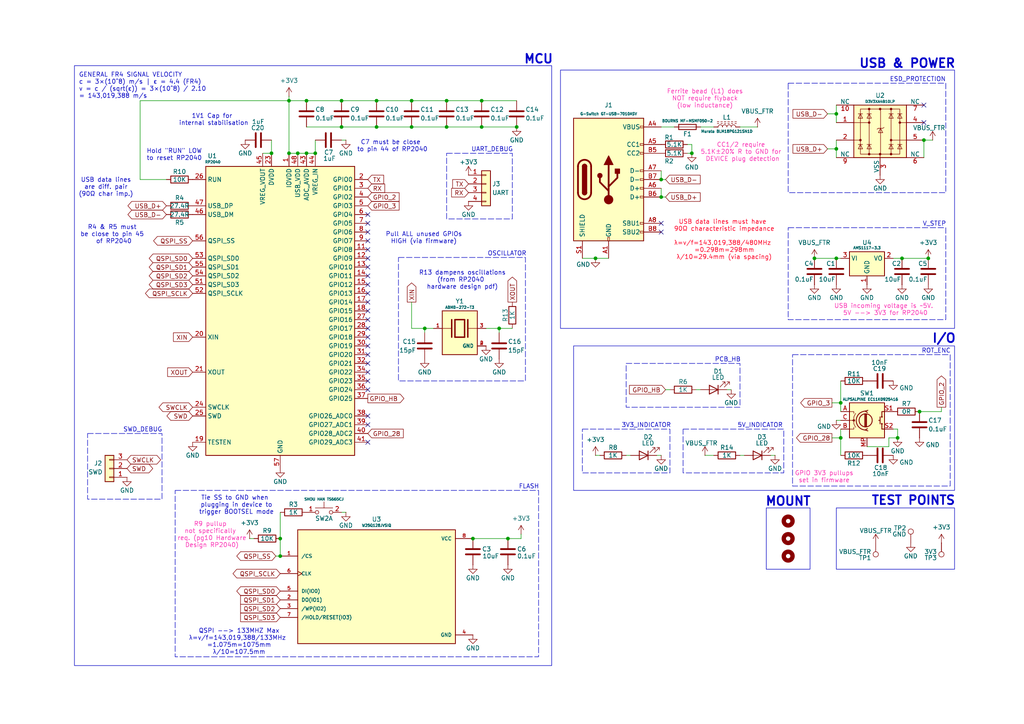
<source format=kicad_sch>
(kicad_sch (version 20250114) (generator "eeschema") (generator_version "9.0")
  (paper "A4")
  (title_block (title "VolumeHIDDial") (date "2025-07-21") (rev "v1.1.0") (company "CRU"))
  (rectangle (start 162.56 20.32) (end 276.86 95.25))
  (rectangle (start 228.6 66.04) (end 274.32 92.71) (stroke (width 0) (type dash)))
  (rectangle (start 115.57 74.676) (end 152.4 110.49) (stroke (width 0) (type dash)))
  (rectangle (start 50.8 142.24) (end 156.21 190.5) (stroke (width 0) (type dash)))
  (rectangle (start 198.12 124.46) (end 227.33 137.16) (stroke (width 0) (type dash)))
  (rectangle (start 242.57 147.32) (end 276.86 165.1))
  (rectangle (start 181.61 105.41) (end 214.63 118.11) (stroke (width 0) (type dash)))
  (rectangle (start 129.54 44.45) (end 148.59 63.5) (stroke (width 0) (type dash)))
  (rectangle (start 229.87 102.87) (end 275.59 140.97) (stroke (width 0) (type dash)))
  (rectangle (start 21.59 19.05) (end 160.02 193.04))
  (rectangle (start 166.37 100.33) (end 276.86 142.24))
  (rectangle (start 25.4 125.73) (end 46.99 144.78) (stroke (width 0) (type dash)))
  (rectangle (start 228.6 24.13) (end 274.32 55.88) (stroke (width 0) (type dash)))
  (rectangle (start 168.91 124.46) (end 194.31 137.16) (stroke (width 0) (type dash)))
  (rectangle (start 222.25 147.32) (end 234.95 165.1))
  (text "V_STEP" (at 271.018 65.024 0) (effects (font (size 1.27 1.27))))
  (text "USB & POWER\n" (at 263.144 18.542 0) (effects (font (size 2.54 2.54) (thickness 0.508) (bold yes))))
  (text "5V_INDICATOR" (at 220.472 123.444 0) (effects (font (size 1.27 1.27))))
  (text "USB data lines\nare diff. pair\n(90Ω char imp.)" (at 30.734 54.356 0) (effects (font (size 1.27 1.27))))
  (text "1V1 Cap for \ninternal stabilisation" (at 61.976 34.798 0) (effects (font (size 1.27 1.27))))
  (text "ROT_ENC" (at 271.526 101.854 0) (effects (font (size 1.27 1.27))))
  (text "GPIO 3V3 pullups \nset in firmware " (at 239.522 138.43 0) (effects (font (size 1.27 1.27))))
  (text "C7 must be close \nto pin 44 of RP2040" (at 113.792 42.418 0) (effects (font (size 1.27 1.27))))
  (text "UART_DEBUG" (at 142.748 43.434 0) (effects (font (size 1.27 1.27))))
  (text "SWD_DEBUG" (at 41.402 124.714 0) (effects (font (size 1.27 1.27))))
  (text "GENERAL FR4 SIGNAL VELOCITY\nc = 3×(10^8) m/s | ε = 4.4 (FR4)\nv = c / (sqrt(ε)) = 3×(10^8) / 2.10 \n= 143,019,388 m/s" (at 22.86 24.892 0) (effects (font (size 1.27 1.27)) (justify left)))
  (text "R4 & R5 must \nbe close to pin 45 \nof RP2040" (at 33.02 68.072 0) (effects (font (size 1.27 1.27))))
  (text "Pull ALL unused GPIOs\nHIGH (via firmware)" (at 122.936 69.088 0) (effects (font (size 1.27 1.27))))
  (text "OSCILLATOR" (at 147.066 73.66 0) (effects (font (size 1.27 1.27))))
  (text "PCB_HB" (at 211.074 104.394 0) (effects (font (size 1.27 1.27))))
  (text "FLASH" (at 153.416 141.224 0) (effects (font (size 1.27 1.27))))
  (text "USB incoming voltage is ~5V. \n5V --> 3V3 for RP2040" (at 256.794 89.916 0) (effects (font (size 1.27 1.27))))
  (text "Tie SS to GND when \nplugging in device to\ntrigger BOOTSEL mode" (at 68.58 146.558 0) (effects (font (size 1.27 1.27))))
  (text "USB data lines must have \n90Ω characteristic impedance\n\nλ=v/f=143,019,388/480MHz \n=0.298m=298mm\nλ/10=29.4mm (via spacing)" (at 210.058 69.596 0) (effects (font (size 1.27 1.27))))
  (text "I/O" (at 273.812 98.298 0) (effects (font (size 2.54 2.54) (thickness 0.508) (bold yes))))
  (text "R13 dampens oscillations\n(from RP2040 \nhardware design pdf)" (at 134.112 81.28 0) (effects (font (size 1.27 1.27))))
  (text "CC1/2 require \n5.1K±20% R to GND for \nDEVICE plug detection" (at 215.392 44.196 0) (effects (font (size 1.27 1.27))))
  (text "ESD_PROTECTION" (at 266.192 23.114 0) (effects (font (size 1.27 1.27))))
  (text "MCU" (at 156.21 17.272 0) (effects (font (size 2.54 2.54) (thickness 0.508) (bold yes))))
  (text "3V3_INDICATOR" (at 187.452 123.444 0) (effects (font (size 1.27 1.27))))
  (text "R9 pullup \nnot specifically \nreq. (pg10 Hardware\nDesign RP2040)" (at 61.468 155.194 0) (effects (font (size 1.27 1.27))))
  (text "MOUNT" (at 228.6 145.542 0) (effects (font (size 2.54 2.54) (thickness 0.508) (bold yes))))
  (text "Ferrite bead (L1) does\nNOT require flyback\n(low inductance)" (at 204.47 28.702 0) (effects (font (size 1.27 1.27))))
  (text "TEST POINTS" (at 264.922 145.288 0) (effects (font (size 2.54 2.54) (thickness 0.508) (bold yes))))
  (text "Hold \"RUN\" LOW\nto reset RP2040" (at 50.546 44.958 0) (effects (font (size 1.27 1.27))))
  (text "QSPI --> 133MHZ Max\nλ=v/f=143,019,388/133MHz \n=1.075m=1075mm\nλ/10=107.5mm" (at 69.342 186.182 0) (effects (font (size 1.27 1.27))))
  (junction (at 144.78 95.25))
  (junction (at 109.22 36.83))
  (junction (at 83.82 29.21))
  (junction (at 147.32 156.21))
  (junction (at 129.54 36.83))
  (junction (at 86.36 44.45))
  (junction (at 266.7 119.38))
  (junction (at 81.28 161.29))
  (junction (at 269.24 74.93))
  (junction (at 242.57 33.02))
  (junction (at 129.54 29.21))
  (junction (at 260.35 127))
  (junction (at 261.62 74.93))
  (junction (at 236.22 74.93))
  (junction (at 83.82 44.45))
  (junction (at 119.38 36.83))
  (junction (at 119.38 29.21))
  (junction (at 139.7 29.21))
  (junction (at 242.57 43.18))
  (junction (at 200.66 44.45))
  (junction (at 191.77 57.15))
  (junction (at 137.16 156.21))
  (junction (at 243.84 127))
  (junction (at 109.22 29.21))
  (junction (at 242.57 74.93))
  (junction (at 91.44 44.45))
  (junction (at 243.84 116.84))
  (junction (at 139.7 36.83))
  (junction (at 172.72 74.93))
  (junction (at 81.28 156.21))
  (junction (at 191.77 52.07))
  (junction (at 88.9 44.45))
  (junction (at 149.86 36.83))
  (junction (at 99.06 29.21))
  (junction (at 267.97 40.64))
  (junction (at 78.74 44.45))
  (junction (at 88.9 29.21))
  (junction (at 99.06 36.83))
  (junction (at 123.19 95.25))
  (no_connect (at 106.68 64.77))
  (no_connect (at 106.68 82.55))
  (no_connect (at 106.68 67.31))
  (no_connect (at 106.68 87.63))
  (no_connect (at 106.68 92.71))
  (no_connect (at 106.68 128.27))
  (no_connect (at 106.68 62.23))
  (no_connect (at 106.68 85.09))
  (no_connect (at 106.68 100.33))
  (no_connect (at 106.68 120.65))
  (no_connect (at 106.68 105.41))
  (no_connect (at 191.77 67.31))
  (no_connect (at 191.77 64.77))
  (no_connect (at 106.68 74.93))
  (no_connect (at 106.68 110.49))
  (no_connect (at 106.68 102.87))
  (no_connect (at 106.68 113.03))
  (no_connect (at 106.68 90.17))
  (no_connect (at 106.68 95.25))
  (no_connect (at 106.68 69.85))
  (no_connect (at 106.68 80.01))
  (no_connect (at 106.68 107.95))
  (no_connect (at 106.68 77.47))
  (no_connect (at 267.97 35.56))
  (no_connect (at 267.97 30.48))
  (no_connect (at 106.68 123.19))
  (no_connect (at 106.68 72.39))
  (no_connect (at 106.68 97.79))
  (wire (pts (xy 176.53 74.93) (xy 172.72 74.93)))
  (wire (pts (xy 129.54 29.21) (xy 139.7 29.21)))
  (wire (pts (xy 91.44 40.64) (xy 91.44 44.45)))
  (wire (pts (xy 193.04 57.15) (xy 191.77 57.15)))
  (wire (pts (xy 151.13 156.21) (xy 147.32 156.21)))
  (wire (pts (xy 123.19 96.52) (xy 123.19 95.25)))
  (wire (pts (xy 242.57 74.93) (xy 243.84 74.93)))
  (wire (pts (xy 99.06 36.83) (xy 109.22 36.83)))
  (wire (pts (xy 191.77 54.61) (xy 191.77 57.15)))
  (wire (pts (xy 40.64 52.07) (xy 48.26 52.07)))
  (wire (pts (xy 260.35 127) (xy 260.35 124.46)))
  (wire (pts (xy 139.7 29.21) (xy 149.86 29.21)))
  (wire (pts (xy 123.19 95.25) (xy 125.73 95.25)))
  (wire (pts (xy 172.72 74.93) (xy 168.91 74.93)))
  (wire (pts (xy 257.81 129.54) (xy 257.81 127)))
  (wire (pts (xy 242.57 40.64) (xy 242.57 43.18)))
  (wire (pts (xy 99.06 29.21) (xy 109.22 29.21)))
  (wire (pts (xy 240.03 33.02) (xy 242.57 33.02)))
  (wire (pts (xy 119.38 29.21) (xy 129.54 29.21)))
  (wire (pts (xy 212.09 113.03) (xy 210.82 113.03)))
  (wire (pts (xy 273.05 119.38) (xy 266.7 119.38)))
  (wire (pts (xy 80.01 161.29) (xy 81.28 161.29)))
  (wire (pts (xy 182.88 132.08) (xy 181.61 132.08)))
  (wire (pts (xy 273.05 118.11) (xy 273.05 119.38)))
  (wire (pts (xy 88.9 29.21) (xy 99.06 29.21)))
  (wire (pts (xy 259.08 74.93) (xy 261.62 74.93)))
  (wire (pts (xy 251.46 129.54) (xy 257.81 129.54)))
  (wire (pts (xy 191.77 49.53) (xy 191.77 52.07)))
  (wire (pts (xy 191.77 132.08) (xy 190.5 132.08)))
  (wire (pts (xy 203.2 36.83) (xy 207.01 36.83)))
  (wire (pts (xy 200.66 44.45) (xy 199.39 44.45)))
  (wire (pts (xy 119.38 95.25) (xy 123.19 95.25)))
  (wire (pts (xy 242.57 43.18) (xy 242.57 45.72)))
  (wire (pts (xy 257.81 127) (xy 260.35 127)))
  (wire (pts (xy 88.9 36.83) (xy 99.06 36.83)))
  (wire (pts (xy 147.32 156.21) (xy 137.16 156.21)))
  (wire (pts (xy 119.38 87.63) (xy 119.38 95.25)))
  (wire (pts (xy 100.33 40.64) (xy 99.06 40.64)))
  (wire (pts (xy 243.84 127) (xy 243.84 124.46)))
  (wire (pts (xy 83.82 29.21) (xy 88.9 29.21)))
  (wire (pts (xy 224.79 132.08) (xy 223.52 132.08)))
  (wire (pts (xy 88.9 44.45) (xy 91.44 44.45)))
  (wire (pts (xy 144.78 95.25) (xy 144.78 96.52)))
  (wire (pts (xy 241.3 116.84) (xy 243.84 116.84)))
  (wire (pts (xy 119.38 36.83) (xy 129.54 36.83)))
  (wire (pts (xy 240.03 43.18) (xy 242.57 43.18)))
  (wire (pts (xy 200.66 41.91) (xy 200.66 44.45)))
  (wire (pts (xy 173.99 132.08) (xy 172.72 132.08)))
  (wire (pts (xy 109.22 29.21) (xy 119.38 29.21)))
  (wire (pts (xy 72.39 156.21) (xy 73.66 156.21)))
  (wire (pts (xy 270.51 40.64) (xy 267.97 40.64)))
  (wire (pts (xy 81.28 148.59) (xy 81.28 156.21)))
  (wire (pts (xy 191.77 36.83) (xy 195.58 36.83)))
  (wire (pts (xy 40.64 29.21) (xy 40.64 52.07)))
  (wire (pts (xy 144.78 95.25) (xy 140.97 95.25)))
  (wire (pts (xy 261.62 74.93) (xy 269.24 74.93)))
  (wire (pts (xy 109.22 36.83) (xy 119.38 36.83)))
  (wire (pts (xy 200.66 41.91) (xy 199.39 41.91)))
  (wire (pts (xy 81.28 156.21) (xy 81.28 161.29)))
  (wire (pts (xy 215.9 132.08) (xy 214.63 132.08)))
  (wire (pts (xy 243.84 127) (xy 241.3 127)))
  (wire (pts (xy 236.22 74.93) (xy 242.57 74.93)))
  (wire (pts (xy 267.97 40.64) (xy 267.97 45.72)))
  (wire (pts (xy 151.13 154.94) (xy 151.13 156.21)))
  (wire (pts (xy 203.2 113.03) (xy 201.93 113.03)))
  (wire (pts (xy 194.31 113.03) (xy 193.04 113.03)))
  (wire (pts (xy 242.57 121.92) (xy 243.84 121.92)))
  (wire (pts (xy 191.77 52.07) (xy 193.04 52.07)))
  (wire (pts (xy 243.84 116.84) (xy 243.84 110.49)))
  (wire (pts (xy 214.63 36.83) (xy 219.71 36.83)))
  (wire (pts (xy 242.57 33.02) (xy 242.57 35.56)))
  (wire (pts (xy 139.7 36.83) (xy 129.54 36.83)))
  (wire (pts (xy 139.7 36.83) (xy 149.86 36.83)))
  (wire (pts (xy 83.82 27.94) (xy 83.82 29.21)))
  (wire (pts (xy 243.84 127) (xy 243.84 132.08)))
  (wire (pts (xy 83.82 29.21) (xy 83.82 44.45)))
  (wire (pts (xy 83.82 44.45) (xy 86.36 44.45)))
  (wire (pts (xy 86.36 44.45) (xy 88.9 44.45)))
  (wire (pts (xy 260.35 124.46) (xy 259.08 124.46)))
  (wire (pts (xy 207.01 132.08) (xy 204.47 132.08)))
  (wire (pts (xy 243.84 116.84) (xy 243.84 119.38)))
  (wire (pts (xy 242.57 30.48) (xy 242.57 33.02)))
  (wire (pts (xy 78.74 40.64) (xy 78.74 44.45)))
  (wire (pts (xy 76.2 44.45) (xy 78.74 44.45)))
  (wire (pts (xy 99.06 148.59) (xy 100.33 148.59)))
  (wire (pts (xy 83.82 29.21) (xy 40.64 29.21)))
  (wire (pts (xy 148.59 95.25) (xy 144.78 95.25)))
  (global_label "GPIO_HB" (shape input) (at 193.04 113.03 180) (property "Intersheetrefs" "${INTERSHEET_REFS}" (effects (hide yes))))
  (global_label "GPIO_2" (shape input) (at 106.68 57.15 0) (property "Intersheetrefs" "${INTERSHEET_REFS}" (effects (hide yes))))
  (global_label "QSPI_SD1" (shape input) (at 81.28 173.99 180) (property "Intersheetrefs" "${INTERSHEET_REFS}" (effects (hide yes))))
  (global_label "TX" (shape input) (at 135.89 53.34 180) (property "Intersheetrefs" "${INTERSHEET_REFS}" (effects (hide yes))))
  (global_label "XOUT" (shape output) (at 148.59 87.63 90) (property "Intersheetrefs" "${INTERSHEET_REFS}" (effects (hide yes))))
  (global_label "SWD" (shape bidirectional) (at 36.83 135.89 0) (property "Intersheetrefs" "${INTERSHEET_REFS}" (effects (hide yes))))
  (global_label "TX" (shape input) (at 106.68 52.07 0) (property "Intersheetrefs" "${INTERSHEET_REFS}" (effects (hide yes))))
  (global_label "XIN" (shape input) (at 55.88 97.79 180) (property "Intersheetrefs" "${INTERSHEET_REFS}" (effects (hide yes))))
  (global_label "SWCLK" (shape bidirectional) (at 36.83 133.35 0) (property "Intersheetrefs" "${INTERSHEET_REFS}" (effects (hide yes))))
  (global_label "QSPI_SS" (shape bidirectional) (at 55.88 69.85 180) (property "Intersheetrefs" "${INTERSHEET_REFS}" (effects (hide yes))))
  (global_label "QSPI_SCLK" (shape bidirectional) (at 55.88 85.09 180) (property "Intersheetrefs" "${INTERSHEET_REFS}" (effects (hide yes))))
  (global_label "XOUT" (shape input) (at 55.88 107.95 180) (property "Intersheetrefs" "${INTERSHEET_REFS}" (effects (hide yes))))
  (global_label "USB_D-" (shape bidirectional) (at 48.26 62.23 180) (property "Intersheetrefs" "${INTERSHEET_REFS}" (effects (hide yes))))
  (global_label "SWD" (shape bidirectional) (at 55.88 120.65 180) (property "Intersheetrefs" "${INTERSHEET_REFS}" (effects (hide yes))))
  (global_label "QSPI_SD3" (shape input) (at 81.28 179.07 180) (property "Intersheetrefs" "${INTERSHEET_REFS}" (effects (hide yes))))
  (global_label "GPIO_3" (shape output) (at 241.3 116.84 180) (property "Intersheetrefs" "${INTERSHEET_REFS}" (effects (hide yes))))
  (global_label "QSPI_SD1" (shape bidirectional) (at 55.88 77.47 180) (property "Intersheetrefs" "${INTERSHEET_REFS}" (effects (hide yes))))
  (global_label "GPIO_HB" (shape output) (at 106.68 115.57 0) (property "Intersheetrefs" "${INTERSHEET_REFS}" (effects (hide yes))))
  (global_label "USB_D+" (shape input) (at 193.04 57.15 0) (property "Intersheetrefs" "${INTERSHEET_REFS}" (effects (hide yes))))
  (global_label "XIN" (shape output) (at 119.38 87.63 90) (property "Intersheetrefs" "${INTERSHEET_REFS}" (effects (hide yes))))
  (global_label "QSPI_SS" (shape bidirectional) (at 80.01 161.29 180) (property "Intersheetrefs" "${INTERSHEET_REFS}" (effects (hide yes))))
  (global_label "USB_D-" (shape input) (at 240.03 33.02 180) (property "Intersheetrefs" "${INTERSHEET_REFS}" (effects (hide yes))))
  (global_label "GPIO_3" (shape input) (at 106.68 59.69 0) (property "Intersheetrefs" "${INTERSHEET_REFS}" (effects (hide yes))))
  (global_label "QSPI_SD2" (shape input) (at 81.28 176.53 180) (property "Intersheetrefs" "${INTERSHEET_REFS}" (effects (hide yes))))
  (global_label "QSPI_SD3" (shape bidirectional) (at 55.88 82.55 180) (property "Intersheetrefs" "${INTERSHEET_REFS}" (effects (hide yes))))
  (global_label "RX" (shape input) (at 135.89 55.88 180) (property "Intersheetrefs" "${INTERSHEET_REFS}" (effects (hide yes))))
  (global_label "QSPI_SD2" (shape bidirectional) (at 55.88 80.01 180) (property "Intersheetrefs" "${INTERSHEET_REFS}" (effects (hide yes))))
  (global_label "GPIO_28" (shape output) (at 241.3 127 180) (property "Intersheetrefs" "${INTERSHEET_REFS}" (effects (hide yes))))
  (global_label "GPIO_28" (shape input) (at 106.68 125.73 0) (property "Intersheetrefs" "${INTERSHEET_REFS}" (effects (hide yes))))
  (global_label "GPIO_2" (shape output) (at 273.05 118.11 90) (property "Intersheetrefs" "${INTERSHEET_REFS}" (effects (hide yes))))
  (global_label "USB_D+" (shape bidirectional) (at 48.26 59.69 180) (property "Intersheetrefs" "${INTERSHEET_REFS}" (effects (hide yes))))
  (global_label "USB_D-" (shape input) (at 193.04 52.07 0) (property "Intersheetrefs" "${INTERSHEET_REFS}" (effects (hide yes))))
  (global_label "USB_D+" (shape input) (at 240.03 43.18 180) (property "Intersheetrefs" "${INTERSHEET_REFS}" (effects (hide yes))))
  (global_label "QSPI_SD0" (shape bidirectional) (at 81.28 171.45 180) (property "Intersheetrefs" "${INTERSHEET_REFS}" (effects (hide yes))))
  (global_label "QSPI_SD0" (shape bidirectional) (at 55.88 74.93 180) (property "Intersheetrefs" "${INTERSHEET_REFS}" (effects (hide yes))))
  (global_label "QSPI_SCLK" (shape bidirectional) (at 81.28 166.37 180) (property "Intersheetrefs" "${INTERSHEET_REFS}" (effects (hide yes))))
  (global_label "RX" (shape input) (at 106.68 54.61 0) (property "Intersheetrefs" "${INTERSHEET_REFS}" (effects (hide yes))))
  (global_label "SWCLK" (shape bidirectional) (at 55.88 118.11 180) (property "Intersheetrefs" "${INTERSHEET_REFS}" (effects (hide yes))))
  (symbol (lib_id "power:VCC") (at 172.72 132.08 0) (mirror y) (unit 1)
    (property "Reference" "#PWR041" (effects (hide yes)))
    (property "Value" "+3V3" (at 172.72 127.508 0))
    (property "Description" "Power symbol creates a global label with name \"VCC\"" (effects (hide yes)))
  )
  (symbol (lib_id "Device:C") (at 255.27 110.49 90) (unit 1)
    (property "Reference" "C19" (at 257.048 106.934 90) (effects (justify left)))
    (property "Value" "10nF" (at 257.556 105.156 90) (effects (justify left)))
    (property "Footprint" "Capacitor_SMD:C_0603_1608Metric" (effects (hide yes)))
    (property "Description" "Unpolarized capacitor" (effects (hide yes)))
  )
  (symbol (lib_id "Device:R") (at 52.07 59.69 90) (unit 1)
    (property "Reference" "R4" (at 52.07 57.404 90))
    (property "Value" "27.4R" (at 52.07 59.69 90))
    (property "Footprint" "Resistor_SMD:R_0603_1608Metric" (effects (hide yes)))
    (property "Description" "Resistor" (effects (hide yes)))
  )
  (symbol (lib_id "Device:C") (at 99.06 33.02 0) (unit 1)
    (property "Reference" "C9" (at 101.6 31.75 0) (effects (justify left)))
    (property "Value" "0.1uF" (at 101.6 34.29 0) (effects (justify left)))
    (property "Footprint" "Capacitor_SMD:C_0603_1608Metric" (effects (hide yes)))
    (property "Description" "Unpolarized capacitor" (effects (hide yes)))
  )
  (symbol (lib_id "Device:R") (at 148.59 91.44 180) (unit 1)
    (property "Reference" "R13" (at 146.558 91.44 90))
    (property "Value" "1K" (at 148.59 91.44 90))
    (property "Footprint" "Resistor_SMD:R_0603_1608Metric" (effects (hide yes)))
    (property "Description" "Resistor" (effects (hide yes)))
  )
  (symbol (lib_id "power:GND") (at 137.16 184.15 0) (unit 1)
    (property "Reference" "#PWR016" (effects (hide yes)))
    (property "Value" "GND" (at 137.16 187.96 0))
    (property "Description" "Power symbol creates a global label with name \"GND\" , ground" (effects (hide yes)))
  )
  (symbol (lib_id "Device:C") (at 242.57 78.74 0) (mirror y) (unit 1)
    (property "Reference" "C1" (at 242.316 76.454 0) (effects (justify left)))
    (property "Value" "10uF" (at 242.316 81.026 0) (effects (justify left)))
    (property "Footprint" "Capacitor_SMD:C_0603_1608Metric" (effects (hide yes)))
    (property "Description" "Unpolarized capacitor" (effects (hide yes)))
  )
  (symbol (lib_id "power:GND") (at 266.7 127 0) (unit 1)
    (property "Reference" "#PWR029" (effects (hide yes)))
    (property "Value" "GND" (at 270.51 129.032 0))
    (property "Description" "Power symbol creates a global label with name \"GND\" , ground" (effects (hide yes)))
  )
  (symbol (lib_id "Device:Fuse") (at 199.39 36.83 90) (unit 1)
    (property "Reference" "F1" (at 199.39 38.862 90))
    (property "Value" "BOURNS MF-MSMF050-2" (at 199.39 35.052 90) (effects (font (size 0.762 0.762))))
    (property "Footprint" "Fuse:Fuse_1812_4532Metric" (effects (hide yes)))
    (property "Description" "Fuse" (effects (hide yes)))
  )
  (symbol (lib_id "Regulator_Linear:AMS1117-3.3") (at 251.46 74.93 0) (unit 1)
    (property "Reference" "U4" (at 251.46 70.358 0))
    (property "Value" "AMS1117-3.3" (at 251.46 71.882 0) (effects (font (size 0.762 0.762))))
    (property "Footprint" "Package_TO_SOT_SMD:SOT-223" (effects (hide yes)))
    (property "Datasheet" "http://www.advanced-monolithic.com/pdf/ds1117.pdf" (effects (hide yes)))
    (property "Description" "1A Low Dropout regulator, positive, 3.3V fixed output, SOT-223" (effects (hide yes)))
  )
  (symbol (lib_id "Device:LED") (at 186.69 132.08 180) (unit 1)
    (property "Reference" "D2" (at 187.96 126.746 0))
    (property "Value" "LED" (at 187.96 128.524 0))
    (property "Footprint" "LED_SMD:LED_0603_1608Metric" (effects (hide yes)))
    (property "Description" "Light emitting diode" (effects (hide yes)))
    (property "Sim.Pins" "1=K 2=A" (effects (hide yes)))
  )
  (symbol (lib_id "Device:C") (at 144.78 100.33 0) (unit 1)
    (property "Reference" "C16" (at 147.32 99.06 0) (effects (justify left)))
    (property "Value" "15pF" (at 147.32 101.6 0) (effects (justify left)))
    (property "Footprint" "Capacitor_SMD:C_0603_1608Metric" (effects (hide yes)))
    (property "Description" "Unpolarized capacitor" (effects (hide yes)))
  )
  (symbol (lib_id "power:GND") (at 255.27 50.8 0) (unit 1)
    (property "Reference" "#PWR03" (effects (hide yes)))
    (property "Value" "GND" (at 255.27 54.61 0))
    (property "Description" "Power symbol creates a global label with name \"GND\" , ground" (effects (hide yes)))
  )
  (symbol (lib_id "Mechanical:MountingHole") (at 228.6 151.13 0) (unit 1) (in_bom no)
    (property "Reference" "H1" (effects (hide yes)))
    (property "Value" "MountingHole" (effects (hide yes)))
    (property "Footprint" "MountingHole:MountingHole_3.2mm_M3_DIN965_Pad" (effects (hide yes)))
    (property "Description" "Mounting Hole without connection" (effects (hide yes)))
  )
  (symbol (lib_id "power:GND") (at 100.33 40.64 0) (mirror y) (unit 1)
    (property "Reference" "#PWR023" (effects (hide yes)))
    (property "Value" "GND" (at 100.33 44.45 0))
    (property "Description" "Power symbol creates a global label with name \"GND\" , ground" (effects (hide yes)))
  )
  (symbol (lib_id "Device:R") (at 77.47 156.21 90) (mirror x) (unit 1)
    (property "Reference" "R9" (at 77.47 153.924 90))
    (property "Value" "10K" (at 77.47 156.21 90))
    (property "Footprint" "Resistor_SMD:R_0603_1608Metric" (effects (hide yes)))
    (property "Description" "Resistor" (effects (hide yes)))
  )
  (symbol (lib_id "Device:R") (at 85.09 148.59 90) (mirror x) (unit 1)
    (property "Reference" "R3" (at 85.09 146.304 90))
    (property "Value" "1K" (at 85.09 148.59 90))
    (property "Footprint" "Resistor_SMD:R_0603_1608Metric" (effects (hide yes)))
    (property "Description" "Resistor" (effects (hide yes)))
  )
  (symbol (lib_id "power:GND") (at 269.24 82.55 0) (unit 1)
    (property "Reference" "#PWR021" (effects (hide yes)))
    (property "Value" "GND" (at 269.24 86.36 0))
    (property "Description" "Power symbol creates a global label with name \"GND\" , ground" (effects (hide yes)))
  )
  (symbol (lib_id "power:VCC") (at 135.89 50.8 0) (mirror y) (unit 1)
    (property "Reference" "#PWR033" (effects (hide yes)))
    (property "Value" "+3V3" (at 135.89 46.99 0))
    (property "Description" "Power symbol creates a global label with name \"VCC\"" (effects (hide yes)))
  )
  (symbol (lib_id "Device:C") (at 129.54 33.02 0) (unit 1)
    (property "Reference" "C13" (at 132.08 31.75 0) (effects (justify left)))
    (property "Value" "0.1uF" (at 132.08 34.29 0) (effects (justify left)))
    (property "Footprint" "Capacitor_SMD:C_0603_1608Metric" (effects (hide yes)))
    (property "Description" "Unpolarized capacitor" (effects (hide yes)))
  )
  (symbol (lib_id "ABM8-272-T3:ABM8-272-T3") (at 133.35 95.25 0) (unit 1)
    (property "Reference" "Y1" (at 133.35 87.376 0))
    (property "Value" "ABM8-272-T3" (at 133.35 89.154 0) (effects (font (size 0.762 0.762))))
    (property "Footprint" "ABM8-272-T3:XTAL_ABM8-272-T3" (effects (hide yes)))
    (property "MF" "ABRACON" (effects (hide yes)))
    (property "MAXIMUM_PACKAGE_HEIGHT" "0.8mm" (effects (hide yes)))
    (property "CREATOR" "DIZAR" (effects (hide yes)))
    (property "Price" "None" (effects (hide yes)))
    (property "Package" "NON-STANDARD-4 Abracon" (effects (hide yes)))
    (property "Check_prices" "https://www.snapeda.com/parts/ABM8-272-T3/Abracon/view-part/?ref=eda" (effects (hide yes)))
    (property "STANDARD" "Manufacturer Recommendations" (effects (hide yes)))
    (property "PARTREV" "07-29-20" (effects (hide yes)))
    (property "SnapEDA_Link" "https://www.snapeda.com/parts/ABM8-272-T3/Abracon/view-part/?ref=snap" (effects (hide yes)))
    (property "MP" "ABM8-272-T3" (effects (hide yes)))
    (property "Description_1" "12 MHz ±30ppm Crystal 10pF 50 Ohms 4-SMD, No Lead" (effects (hide yes)))
    (property "Availability" "In Stock" (effects (hide yes)))
    (property "MANUFACTURER" "ABRACON" (effects (hide yes)))
  )
  (symbol (lib_id "Device:R") (at 195.58 44.45 90) (mirror x) (unit 1)
    (property "Reference" "R2" (at 194.056 46.736 90))
    (property "Value" "5.1K" (at 195.58 44.45 90))
    (property "Footprint" "Resistor_SMD:R_0603_1608Metric" (effects (hide yes)))
    (property "Description" "Resistor" (effects (hide yes)))
  )
  (symbol (lib_id "power:GND") (at 144.78 104.14 0) (unit 1)
    (property "Reference" "#PWR024" (effects (hide yes)))
    (property "Value" "GND" (at 144.78 107.95 0))
    (property "Description" "Power symbol creates a global label with name \"GND\" , ground" (effects (hide yes)))
  )
  (symbol (lib_id "Power_Protection:D3V3XA4B10LP") (at 255.27 38.1 0) (unit 1)
    (property "Reference" "U2" (at 255.27 27.686 0))
    (property "Value" "D3V3XA4B10LP" (at 255.27 29.464 0) (effects (font (size 0.762 0.762))))
    (property "Footprint" "Package_DFN_QFN:Diodes_UDFN-10_1.0x2.5mm_P0.5mm" (effects (hide yes)))
    (property "Datasheet" "https://www.diodes.com/assets/Datasheets/D3V3XA4B10LP.pdf" (effects (hide yes)))
    (property "Description" "4-Channel Low Capacitance TVS Diode Array, DFN-10" (effects (hide yes)))
  )
  (symbol (lib_id "Device:RotaryEncoder_Switch_MP") (at 251.46 121.92 0) (unit 1)
    (property "Reference" "SW1" (at 251.46 114.046 0))
    (property "Value" "ALPSALPINE EC11K0925416" (at 252.476 115.824 0) (effects (font (size 0.762 0.762))))
    (property "Footprint" "Rotary_Encoder:RotaryEncoder_Alps_EC11E-Switch_Vertical_H20mm" (effects (hide yes)))
    (property "Description" "Rotary encoder, dual channel, incremental quadrate outputs, with switch and MP Pin" (effects (hide yes)))
  )
  (symbol (lib_id "Device:C") (at 266.7 123.19 0) (unit 1)
    (property "Reference" "C17" (at 269.24 121.92 0) (effects (justify left)))
    (property "Value" "0.1uF" (at 269.24 124.46 0) (effects (justify left)))
    (property "Footprint" "Capacitor_SMD:C_0603_1608Metric" (effects (hide yes)))
    (property "Description" "Unpolarized capacitor" (effects (hide yes)))
  )
  (symbol (lib_id "power:GND") (at 55.88 128.27 0) (unit 1)
    (property "Reference" "#PWR034" (effects (hide yes)))
    (property "Value" "GND" (at 55.88 132.08 0))
    (property "Description" "Power symbol creates a global label with name \"GND\" , ground" (effects (hide yes)))
  )
  (symbol (lib_id "power:VCC") (at 270.51 40.64 0) (mirror y) (unit 1)
    (property "Reference" "#PWR04" (effects (hide yes)))
    (property "Value" "VBUS_FTR" (at 269.494 37.084 0))
    (property "Description" "Power symbol creates a global label with name \"VCC\"" (effects (hide yes)))
  )
  (symbol (lib_id "power:GND") (at 36.83 138.43 0) (unit 1)
    (property "Reference" "#PWR035" (effects (hide yes)))
    (property "Value" "GND" (at 36.83 142.24 0))
    (property "Description" "Power symbol creates a global label with name \"GND\" , ground" (effects (hide yes)))
  )
  (symbol (lib_id "Connector:TestPoint") (at 264.16 157.48 0) (mirror y) (unit 1)
    (property "Reference" "TP2" (at 262.89 153.162 0) (effects (justify left)))
    (property "Value" "GND" (at 262.89 154.94 0) (effects (justify left)))
    (property "Footprint" "TestPoint:TestPoint_Pad_1.0x1.0mm" (effects (hide yes)))
    (property "Description" "test point" (effects (hide yes)))
  )
  (symbol (lib_id "Device:C") (at 149.86 33.02 0) (unit 1)
    (property "Reference" "C14" (at 152.4 31.75 0) (effects (justify left)))
    (property "Value" "0.1uF" (at 152.4 34.29 0) (effects (justify left)))
    (property "Footprint" "Capacitor_SMD:C_0603_1608Metric" (effects (hide yes)))
    (property "Description" "Unpolarized capacitor" (effects (hide yes)))
  )
  (symbol (lib_id "power:GND") (at 261.62 82.55 0) (unit 1)
    (property "Reference" "#PWR08" (effects (hide yes)))
    (property "Value" "GND" (at 261.62 86.36 0))
    (property "Description" "Power symbol creates a global label with name \"GND\" , ground" (effects (hide yes)))
  )
  (symbol (lib_id "Device:L_Ferrite") (at 210.82 36.83 90) (unit 1)
    (property "Reference" "L1" (at 210.82 34.036 90))
    (property "Value" "Murata BLM18PG121SN1D" (at 210.82 38.1 90) (effects (font (size 0.762 0.762))))
    (property "Footprint" "Fuse:Fuse_0603_1608Metric" (effects (hide yes)))
    (property "Description" "Inductor with ferrite core" (effects (hide yes)))
  )
  (symbol (lib_id "Device:LED") (at 207.01 113.03 180) (unit 1)
    (property "Reference" "D1" (at 208.28 107.696 0))
    (property "Value" "LED" (at 208.28 109.474 0))
    (property "Footprint" "LED_SMD:LED_0603_1608Metric" (effects (hide yes)))
    (property "Description" "Light emitting diode" (effects (hide yes)))
    (property "Sim.Pins" "1=K 2=A" (effects (hide yes)))
  )
  (symbol (lib_id "Device:C") (at 137.16 160.02 180) (unit 1)
    (property "Reference" "C3" (at 142.494 159.258 0) (effects (justify left)))
    (property "Value" "10uF" (at 144.78 161.29 0) (effects (justify left)))
    (property "Footprint" "Capacitor_SMD:C_0603_1608Metric" (effects (hide yes)))
    (property "Description" "Unpolarized capacitor" (effects (hide yes)))
  )
  (symbol (lib_id "Mechanical:MountingHole") (at 228.6 156.21 0) (unit 1) (in_bom no)
    (property "Reference" "H2" (effects (hide yes)))
    (property "Value" "MountingHole" (effects (hide yes)))
    (property "Footprint" "MountingHole:MountingHole_3.2mm_M3_DIN965_Pad" (effects (hide yes)))
    (property "Description" "Mounting Hole without connection" (effects (hide yes)))
  )
  (symbol (lib_id "Device:C") (at 139.7 33.02 0) (unit 1)
    (property "Reference" "C12" (at 142.24 31.75 0) (effects (justify left)))
    (property "Value" "0.1uF" (at 142.24 34.29 0) (effects (justify left)))
    (property "Footprint" "Capacitor_SMD:C_0603_1608Metric" (effects (hide yes)))
    (property "Description" "Unpolarized capacitor" (effects (hide yes)))
  )
  (symbol (lib_id "Device:C") (at 255.27 132.08 270) (unit 1)
    (property "Reference" "C18" (at 253.492 135.636 90) (effects (justify left)))
    (property "Value" "10nF" (at 252.984 137.414 90) (effects (justify left)))
    (property "Footprint" "Capacitor_SMD:C_0603_1608Metric" (effects (hide yes)))
    (property "Description" "Unpolarized capacitor" (effects (hide yes)))
  )
  (symbol (lib_id "power:GND") (at 149.86 36.83 0) (mirror y) (unit 1)
    (property "Reference" "#PWR036" (effects (hide yes)))
    (property "Value" "GND" (at 149.86 40.64 0))
    (property "Description" "Power symbol creates a global label with name \"GND\" , ground" (effects (hide yes)))
  )
  (symbol (lib_id "Device:C") (at 95.25 40.64 270) (mirror x) (unit 1)
    (property "Reference" "C7" (at 93.98 44.196 90) (effects (justify left)))
    (property "Value" "1uF" (at 93.726 45.974 90) (effects (justify left)))
    (property "Footprint" "Capacitor_SMD:C_0603_1608Metric" (effects (hide yes)))
    (property "Description" "Unpolarized capacitor" (effects (hide yes)))
  )
  (symbol (lib_id "power:GND") (at 147.32 163.83 0) (unit 1)
    (property "Reference" "#PWR022" (effects (hide yes)))
    (property "Value" "GND" (at 147.32 167.64 0))
    (property "Description" "Power symbol creates a global label with name \"GND\" , ground" (effects (hide yes)))
  )
  (symbol (lib_id "power:VCC") (at 269.24 74.93 0) (mirror y) (unit 1)
    (property "Reference" "#PWR07" (effects (hide yes)))
    (property "Value" "+3V3" (at 269.24 70.358 0))
    (property "Description" "Power symbol creates a global label with name \"VCC\"" (effects (hide yes)))
  )
  (symbol (lib_id "Connector:TestPoint") (at 254 157.48 180) (unit 1)
    (property "Reference" "TP1" (at 252.73 161.798 0) (effects (justify left)))
    (property "Value" "VBUS_FTR" (at 252.73 160.02 0) (effects (justify left)))
    (property "Footprint" "TestPoint:TestPoint_Pad_1.0x1.0mm" (effects (hide yes)))
    (property "Description" "test point" (effects (hide yes)))
  )
  (symbol (lib_id "power:GND") (at 191.77 132.08 0) (unit 1)
    (property "Reference" "#PWR040" (effects (hide yes)))
    (property "Value" "GND" (at 191.77 135.89 0))
    (property "Description" "Power symbol creates a global label with name \"GND\" , ground" (effects (hide yes)))
  )
  (symbol (lib_id "power:GND") (at 224.79 132.08 0) (unit 1)
    (property "Reference" "#PWR043" (effects (hide yes)))
    (property "Value" "GND" (at 224.79 135.89 0))
    (property "Description" "Power symbol creates a global label with name \"GND\" , ground" (effects (hide yes)))
  )
  (symbol (lib_id "power:GND") (at 264.16 157.48 0) (unit 1)
    (property "Reference" "#PWR014" (effects (hide yes)))
    (property "Value" "GND" (at 264.16 161.29 0))
    (property "Description" "Power symbol creates a global label with name \"GND\" , ground" (effects (hide yes)))
  )
  (symbol (lib_id "power:GND") (at 200.66 44.45 0) (mirror y) (unit 1)
    (property "Reference" "#PWR010" (effects (hide yes)))
    (property "Value" "GND" (at 200.66 48.514 0))
    (property "Description" "Power symbol creates a global label with name \"GND\" , ground" (effects (hide yes)))
  )
  (symbol (lib_id "Connector_Generic:Conn_01x04") (at 140.97 53.34 0) (unit 1)
    (property "Reference" "J3" (at 142.748 53.34 0) (effects (justify left)))
    (property "Value" "UART" (at 142.748 55.88 0) (effects (justify left)))
    (property "Footprint" "Connector_PinHeader_2.54mm:PinHeader_1x04_P2.54mm_Vertical" (effects (hide yes)))
    (property "Description" "Generic connector, single row, 01x04, script generated (kicad-library-utils/schlib/autogen/connector/)" (effects (hide yes)))
  )
  (symbol (lib_id "power:VCC") (at 219.71 36.83 0) (mirror y) (unit 1)
    (property "Reference" "#PWR01" (effects (hide yes)))
    (property "Value" "VBUS_FTR" (at 219.71 32.258 0))
    (property "Description" "Power symbol creates a global label with name \"VCC\"" (effects (hide yes)))
  )
  (symbol (lib_id "Device:LED") (at 219.71 132.08 180) (unit 1)
    (property "Reference" "D3" (at 220.98 126.746 0))
    (property "Value" "LED" (at 220.98 128.524 0))
    (property "Footprint" "LED_SMD:LED_0603_1608Metric" (effects (hide yes)))
    (property "Description" "Light emitting diode" (effects (hide yes)))
    (property "Sim.Pins" "1=K 2=A" (effects (hide yes)))
  )
  (symbol (lib_id "Device:R") (at 247.65 110.49 270) (unit 1)
    (property "Reference" "R11" (at 247.65 108.458 90))
    (property "Value" "10K" (at 247.65 110.49 90))
    (property "Footprint" "Resistor_SMD:R_0603_1608Metric" (effects (hide yes)))
    (property "Description" "Resistor" (effects (hide yes)))
  )
  (symbol (lib_id "Connector_Generic:Conn_01x03") (at 31.75 135.89 180) (unit 1)
    (property "Reference" "J2" (at 28.448 134.366 0))
    (property "Value" "SWD" (at 27.686 136.906 0))
    (property "Footprint" "Connector_PinHeader_2.54mm:PinHeader_1x03_P2.54mm_Vertical" (effects (hide yes)))
    (property "Description" "Generic connector, single row, 01x03, script generated (kicad-library-utils/schlib/autogen/connector/)" (effects (hide yes)))
  )
  (symbol (lib_id "power:GND") (at 135.89 58.42 0) (unit 1)
    (property "Reference" "#PWR032" (effects (hide yes)))
    (property "Value" "GND" (at 135.89 62.23 0))
    (property "Description" "Power symbol creates a global label with name \"GND\" , ground" (effects (hide yes)))
  )
  (symbol (lib_id "power:VCC") (at 254 157.48 0) (mirror y) (unit 1)
    (property "Reference" "#PWR011" (effects (hide yes)))
    (property "Value" "VBUS_FTR" (at 254 153.924 0))
    (property "Description" "Power symbol creates a global label with name \"VCC\"" (effects (hide yes)))
  )
  (symbol (lib_id "power:GND") (at 71.12 40.64 0) (mirror y) (unit 1)
    (property "Reference" "#PWR039" (effects (hide yes)))
    (property "Value" "GND" (at 71.12 44.45 0))
    (property "Description" "Power symbol creates a global label with name \"GND\" , ground" (effects (hide yes)))
  )
  (symbol (lib_id "power:VCC") (at 151.13 154.94 0) (mirror y) (unit 1)
    (property "Reference" "#PWR012" (effects (hide yes)))
    (property "Value" "+3V3" (at 151.13 150.368 0))
    (property "Description" "Power symbol creates a global label with name \"VCC\"" (effects (hide yes)))
  )
  (symbol (lib_id "power:VCC") (at 236.22 74.93 0) (mirror y) (unit 1)
    (property "Reference" "#PWR05" (effects (hide yes)))
    (property "Value" "VBUS_FTR" (at 236.22 70.358 0))
    (property "Description" "Power symbol creates a global label with name \"VCC\"" (effects (hide yes)))
  )
  (symbol (lib_id "power:VCC") (at 204.47 132.08 0) (mirror y) (unit 1)
    (property "Reference" "#PWR044" (effects (hide yes)))
    (property "Value" "VBUS_FTR" (at 203.454 128.524 0))
    (property "Description" "Power symbol creates a global label with name \"VCC\"" (effects (hide yes)))
  )
  (symbol (lib_id "Device:R") (at 247.65 132.08 270) (unit 1)
    (property "Reference" "R12" (at 247.65 134.366 90))
    (property "Value" "10K" (at 247.65 132.08 90))
    (property "Footprint" "Resistor_SMD:R_0603_1608Metric" (effects (hide yes)))
    (property "Description" "Resistor" (effects (hide yes)))
  )
  (symbol (lib_id "power:GND") (at 242.57 82.55 0) (unit 1)
    (property "Reference" "#PWR09" (effects (hide yes)))
    (property "Value" "GND" (at 242.57 86.36 0))
    (property "Description" "Power symbol creates a global label with name \"GND\" , ground" (effects (hide yes)))
  )
  (symbol (lib_id "Device:R") (at 262.89 119.38 90) (unit 1)
    (property "Reference" "R7" (at 262.89 117.094 90))
    (property "Value" "0R" (at 262.89 119.38 90))
    (property "Footprint" "Resistor_SMD:R_0603_1608Metric" (effects (hide yes)))
    (property "Description" "Resistor" (effects (hide yes)))
  )
  (symbol (lib_id "Device:C") (at 123.19 100.33 0) (mirror y) (unit 1)
    (property "Reference" "C15" (at 120.65 99.06 0) (effects (justify left)))
    (property "Value" "15pF" (at 120.65 101.6 0) (effects (justify left)))
    (property "Footprint" "Capacitor_SMD:C_0603_1608Metric" (effects (hide yes)))
    (property "Description" "Unpolarized capacitor" (effects (hide yes)))
  )
  (symbol (lib_id "power:GND") (at 259.08 132.08 0) (unit 1)
    (property "Reference" "#PWR038" (effects (hide yes)))
    (property "Value" "GND" (at 262.89 134.112 0))
    (property "Description" "Power symbol creates a global label with name \"GND\" , ground" (effects (hide yes)))
  )
  (symbol (lib_id "Device:R") (at 195.58 41.91 90) (unit 1)
    (property "Reference" "R1" (at 194.056 39.878 90))
    (property "Value" "5.1K" (at 195.58 41.91 90))
    (property "Footprint" "Resistor_SMD:R_0603_1608Metric" (effects (hide yes)))
    (property "Description" "Resistor" (effects (hide yes)))
  )
  (symbol (lib_id "power:VCC") (at 273.05 157.48 0) (mirror y) (unit 1)
    (property "Reference" "#PWR013" (effects (hide yes)))
    (property "Value" "+3V3" (at 273.05 152.908 0))
    (property "Description" "Power symbol creates a global label with name \"VCC\"" (effects (hide yes)))
  )
  (symbol (lib_id "Device:C") (at 269.24 78.74 0) (mirror y) (unit 1)
    (property "Reference" "C5" (at 268.986 76.454 0) (effects (justify left)))
    (property "Value" "0.1uF" (at 268.986 81.026 0) (effects (justify left)))
    (property "Footprint" "Capacitor_SMD:C_0603_1608Metric" (effects (hide yes)))
    (property "Description" "Unpolarized capacitor" (effects (hide yes)))
  )
  (symbol (lib_id "Device:C") (at 74.93 40.64 90) (mirror x) (unit 1)
    (property "Reference" "C20" (at 76.708 37.084 90) (effects (justify left)))
    (property "Value" "1uF" (at 76.708 35.306 90) (effects (justify left)))
    (property "Footprint" "Capacitor_SMD:C_0603_1608Metric" (effects (hide yes)))
    (property "Description" "Unpolarized capacitor" (effects (hide yes)))
  )
  (symbol (lib_id "Device:C") (at 109.22 33.02 0) (unit 1)
    (property "Reference" "C10" (at 111.76 31.75 0) (effects (justify left)))
    (property "Value" "0.1uF" (at 111.76 34.29 0) (effects (justify left)))
    (property "Footprint" "Capacitor_SMD:C_0603_1608Metric" (effects (hide yes)))
    (property "Description" "Unpolarized capacitor" (effects (hide yes)))
  )
  (symbol (lib_id "Device:R") (at 177.8 132.08 90) (unit 1)
    (property "Reference" "R8" (at 177.8 129.794 90))
    (property "Value" "1K" (at 177.8 132.08 90))
    (property "Footprint" "Resistor_SMD:R_0603_1608Metric" (effects (hide yes)))
    (property "Description" "Resistor" (effects (hide yes)))
  )
  (symbol (lib_id "Device:R") (at 52.07 62.23 90) (mirror x) (unit 1)
    (property "Reference" "R5" (at 52.07 64.516 90))
    (property "Value" "27.4R" (at 52.07 62.23 90))
    (property "Footprint" "Resistor_SMD:R_0603_1608Metric" (effects (hide yes)))
    (property "Description" "Resistor" (effects (hide yes)))
  )
  (symbol (lib_id "MCU_RaspberryPi:RP2040") (at 81.28 90.17 0) (unit 1)
    (property "Reference" "U1" (at 60.198 45.212 0) (effects (justify left)))
    (property "Value" "RP2040" (at 59.436 46.99 0) (effects (font (size 0.762 0.762)) (justify left)))
    (property "Footprint" "Package_DFN_QFN:QFN-56-1EP_7x7mm_P0.4mm_EP3.2x3.2mm" (effects (hide yes)))
    (property "Datasheet" "https://datasheets.raspberrypi.com/rp2040/rp2040-datasheet.pdf" (effects (hide yes)))
    (property "Description" "A microcontroller by Raspberry Pi" (effects (hide yes)))
  )
  (symbol (lib_id "power:GND") (at 81.28 135.89 0) (unit 1)
    (property "Reference" "#PWR017" (effects (hide yes)))
    (property "Value" "GND" (at 81.28 139.7 0))
    (property "Description" "Power symbol creates a global label with name \"GND\" , ground" (effects (hide yes)))
  )
  (symbol (lib_id "power:VCC") (at 83.82 27.94 0) (mirror y) (unit 1)
    (property "Reference" "#PWR019" (effects (hide yes)))
    (property "Value" "+3V3" (at 83.82 23.368 0))
    (property "Description" "Power symbol creates a global label with name \"VCC\"" (effects (hide yes)))
  )
  (symbol (lib_id "Device:C") (at 236.22 78.74 0) (mirror y) (unit 1)
    (property "Reference" "C4" (at 235.966 76.454 0) (effects (justify left)))
    (property "Value" "0.1uF" (at 235.966 81.026 0) (effects (justify left)))
    (property "Footprint" "Capacitor_SMD:C_0603_1608Metric" (effects (hide yes)))
    (property "Description" "Unpolarized capacitor" (effects (hide yes)))
  )
  (symbol (lib_id "Device:C") (at 261.62 78.74 0) (mirror y) (unit 1)
    (property "Reference" "C2" (at 261.366 76.454 0) (effects (justify left)))
    (property "Value" "10uF" (at 261.366 81.026 0) (effects (justify left)))
    (property "Footprint" "Capacitor_SMD:C_0603_1608Metric" (effects (hide yes)))
    (property "Description" "Unpolarized capacitor" (effects (hide yes)))
  )
  (symbol (lib_id "power:GND") (at 123.19 104.14 0) (unit 1)
    (property "Reference" "#PWR031" (effects (hide yes)))
    (property "Value" "GND" (at 123.19 107.95 0))
    (property "Description" "Power symbol creates a global label with name \"GND\" , ground" (effects (hide yes)))
  )
  (symbol (lib_id "power:VCC") (at 72.39 156.21 0) (mirror y) (unit 1)
    (property "Reference" "#PWR030" (effects (hide yes)))
    (property "Value" "+3V3" (at 72.39 151.638 0))
    (property "Description" "Power symbol creates a global label with name \"VCC\"" (effects (hide yes)))
  )
  (symbol (lib_id "Device:R") (at 210.82 132.08 90) (unit 1)
    (property "Reference" "R14" (at 210.82 129.794 90))
    (property "Value" "1K" (at 210.82 132.08 90))
    (property "Footprint" "Resistor_SMD:R_0603_1608Metric" (effects (hide yes)))
    (property "Description" "Resistor" (effects (hide yes)))
  )
  (symbol (lib_id "W25Q128JVSIQ:W25Q128JVSIQ") (at 109.22 168.91 0) (unit 1)
    (property "Reference" "U3" (at 109.22 150.622 0))
    (property "Value" "W25Q128JVSIQ" (at 109.22 152.4 0) (effects (font (size 0.762 0.762))))
    (property "Footprint" "W25Q128JVSIQ:SOIC127P790X216-8N" (effects (hide yes)))
    (property "DigiKey_Part_Number" "W25Q128JVSIQ-ND" (effects (hide yes)))
    (property "SnapEDA_Link" "https://www.snapeda.com/parts/W25Q128JVSIQ/Winbond/view-part/?ref=snap" (effects (hide yes)))
    (property "MAXIMUM_PACKAGE_HEIGHT" "2.16 mm" (effects (hide yes)))
    (property "Package" "SOIC-8 Winbond Electronics" (effects (hide yes)))
    (property "Check_prices" "https://www.snapeda.com/parts/W25Q128JVSIQ/Winbond/view-part/?ref=eda" (effects (hide yes)))
    (property "STANDARD" "IPC-7351B" (effects (hide yes)))
    (property "PARTREV" "I" (effects (hide yes)))
    (property "MF" "Winbond Electronics" (effects (hide yes)))
    (property "MP" "W25Q128JVSIQ" (effects (hide yes)))
    (property "Description_1" "FLASH - NOR Memory IC 128Mb (16M x 8) SPI - Quad I/O, QPI, DTR 133 MHz 8-SOIC" (effects (hide yes)))
    (property "MANUFACTURER" "Winbond Electronics" (effects (hide yes)))
  )
  (symbol (lib_id "power:GND") (at 259.08 110.49 0) (unit 1)
    (property "Reference" "#PWR037" (effects (hide yes)))
    (property "Value" "GND" (at 262.89 112.522 0))
    (property "Description" "Power symbol creates a global label with name \"GND\" , ground" (effects (hide yes)))
  )
  (symbol (lib_id "power:GND") (at 242.57 121.92 0) (unit 1)
    (property "Reference" "#PWR028" (effects (hide yes)))
    (property "Value" "GND" (at 239.014 123.698 0))
    (property "Description" "Power symbol creates a global label with name \"GND\" , ground" (effects (hide yes)))
  )
  (symbol (lib_id "Device:C") (at 147.32 160.02 180) (unit 1)
    (property "Reference" "C6" (at 152.654 159.258 0) (effects (justify left)))
    (property "Value" "0.1uF" (at 155.448 161.29 0) (effects (justify left)))
    (property "Footprint" "Capacitor_SMD:C_0603_1608Metric" (effects (hide yes)))
    (property "Description" "Unpolarized capacitor" (effects (hide yes)))
  )
  (symbol (lib_id "power:GND") (at 212.09 113.03 0) (unit 1)
    (property "Reference" "#PWR026" (effects (hide yes)))
    (property "Value" "GND" (at 212.09 116.84 0))
    (property "Description" "Power symbol creates a global label with name \"GND\" , ground" (effects (hide yes)))
  )
  (symbol (lib_id "Mechanical:MountingHole") (at 228.6 161.29 0) (unit 1) (in_bom no)
    (property "Reference" "H3" (effects (hide yes)))
    (property "Value" "MountingHole" (effects (hide yes)))
    (property "Footprint" "MountingHole:MountingHole_3.2mm_M3_DIN965_Pad" (effects (hide yes)))
    (property "Description" "Mounting Hole without connection" (effects (hide yes)))
  )
  (symbol (lib_id "power:GND") (at 251.46 82.55 0) (unit 1)
    (property "Reference" "#PWR06" (effects (hide yes)))
    (property "Value" "GND" (at 251.46 86.36 0))
    (property "Description" "Power symbol creates a global label with name \"GND\" , ground" (effects (hide yes)))
  )
  (symbol (lib_id "power:GND") (at 140.97 100.33 0) (unit 1)
    (property "Reference" "#PWR025" (effects (hide yes)))
    (property "Value" "GND" (at 140.97 104.14 0))
    (property "Description" "Power symbol creates a global label with name \"GND\" , ground" (effects (hide yes)))
  )
  (symbol (lib_id "Device:C") (at 88.9 33.02 0) (unit 1)
    (property "Reference" "C8" (at 91.44 31.75 0) (effects (justify left)))
    (property "Value" "0.1uF" (at 91.44 34.29 0) (effects (justify left)))
    (property "Footprint" "Capacitor_SMD:C_0603_1608Metric" (effects (hide yes)))
    (property "Description" "Unpolarized capacitor" (effects (hide yes)))
  )
  (symbol (lib_id "Switch:SW_Push_Dual_x2") (at 93.98 148.59 0) (unit 1)
    (property "Reference" "SW2" (at 93.98 150.368 0))
    (property "Value" "SHOU HAN TS665CJ" (at 93.98 144.78 0) (effects (font (size 0.762 0.762))))
    (property "Footprint" "Button_Switch_THT:SW_PUSH_6mm" (effects (hide yes)))
    (property "Description" "Push button switch, generic, separate symbols, four pins" (effects (hide yes)))
  )
  (symbol (lib_id "Device:R") (at 52.07 52.07 90) (unit 1)
    (property "Reference" "R10" (at 52.07 49.784 90))
    (property "Value" "10K" (at 52.07 52.07 90))
    (property "Footprint" "Resistor_SMD:R_0603_1608Metric" (effects (hide yes)))
    (property "Description" "Resistor" (effects (hide yes)))
  )
  (symbol (lib_id "power:GND") (at 260.35 127 0) (unit 1)
    (property "Reference" "#PWR027" (effects (hide yes)))
    (property "Value" "GND" (at 260.35 130.81 0))
    (property "Description" "Power symbol creates a global label with name \"GND\" , ground" (effects (hide yes)))
  )
  (symbol (lib_id "Device:C") (at 119.38 33.02 0) (unit 1)
    (property "Reference" "C11" (at 121.92 31.75 0) (effects (justify left)))
    (property "Value" "0.1uF" (at 121.92 34.29 0) (effects (justify left)))
    (property "Footprint" "Capacitor_SMD:C_0603_1608Metric" (effects (hide yes)))
    (property "Description" "Unpolarized capacitor" (effects (hide yes)))
  )
  (symbol (lib_id "Connector:TestPoint") (at 273.05 157.48 180) (unit 1)
    (property "Reference" "TP3" (at 271.78 161.798 0) (effects (justify left)))
    (property "Value" "3V3" (at 271.78 160.02 0) (effects (justify left)))
    (property "Footprint" "TestPoint:TestPoint_Pad_1.0x1.0mm" (effects (hide yes)))
    (property "Description" "test point" (effects (hide yes)))
  )
  (symbol (lib_id "power:GND") (at 100.33 148.59 0) (unit 1)
    (property "Reference" "#PWR018" (effects (hide yes)))
    (property "Value" "GND" (at 100.33 152.4 0))
    (property "Description" "Power symbol creates a global label with name \"GND\" , ground" (effects (hide yes)))
  )
  (symbol (lib_id "Device:R") (at 198.12 113.03 90) (unit 1)
    (property "Reference" "R6" (at 198.12 110.744 90))
    (property "Value" "1K" (at 198.12 113.03 90))
    (property "Footprint" "Resistor_SMD:R_0603_1608Metric" (effects (hide yes)))
    (property "Description" "Resistor" (effects (hide yes)))
  )
  (symbol (lib_id "power:GND") (at 236.22 82.55 0) (unit 1)
    (property "Reference" "#PWR020" (effects (hide yes)))
    (property "Value" "GND" (at 236.22 86.36 0))
    (property "Description" "Power symbol creates a global label with name \"GND\" , ground" (effects (hide yes)))
  )
  (symbol (lib_id "Connector:USB_C_Receptacle_USB2.0_16P") (at 176.53 52.07 0) (unit 1)
    (property "Reference" "J1" (at 176.53 30.48 0))
    (property "Value" "G-Switch GT-USB-7010ASV" (at 176.53 33.02 0) (effects (font (size 0.762 0.762))))
    (property "Footprint" "Connector_USB:USB_C_Receptacle_G-Switch_GT-USB-7010ASV" (effects (hide yes)))
    (property "Description" "USB 2.0-only 16P Type-C Receptacle connector" (effects (hide yes)))
  )
  (symbol (lib_id "power:GND") (at 137.16 163.83 0) (unit 1)
    (property "Reference" "#PWR015" (effects (hide yes)))
    (property "Value" "GND" (at 137.16 167.64 0))
    (property "Description" "Power symbol creates a global label with name \"GND\" , ground" (effects (hide yes)))
  )
  (symbol (lib_id "power:GND") (at 172.72 74.93 0) (mirror y) (unit 1)
    (property "Reference" "#PWR02" (effects (hide yes)))
    (property "Value" "GND" (at 169.164 76.708 0))
    (property "Description" "Power symbol creates a global label with name \"GND\" , ground" (effects (hide yes)))
  )
)
</source>
